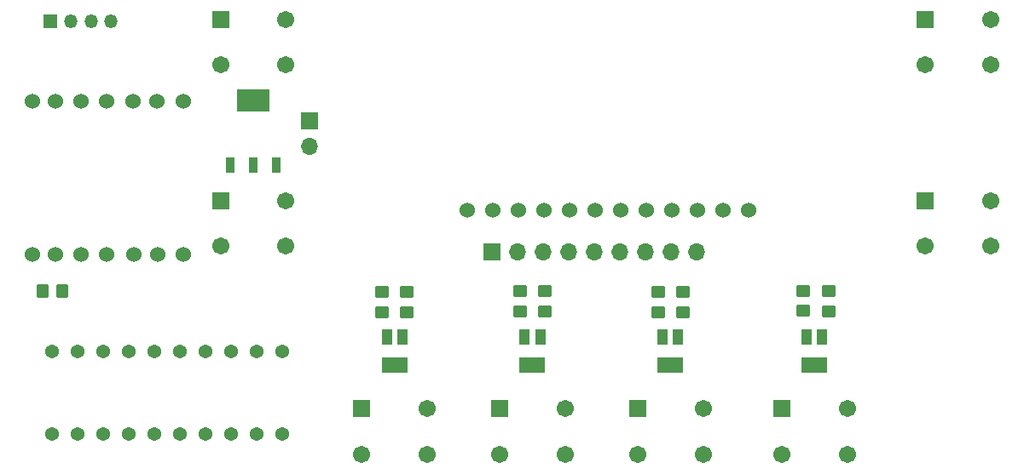
<source format=gbr>
%TF.GenerationSoftware,KiCad,Pcbnew,8.0.4*%
%TF.CreationDate,2024-11-14T23:53:25+02:00*%
%TF.ProjectId,sienikontrolleri,7369656e-696b-46f6-9e74-726f6c6c6572,rev?*%
%TF.SameCoordinates,Original*%
%TF.FileFunction,Soldermask,Top*%
%TF.FilePolarity,Negative*%
%FSLAX46Y46*%
G04 Gerber Fmt 4.6, Leading zero omitted, Abs format (unit mm)*
G04 Created by KiCad (PCBNEW 8.0.4) date 2024-11-14 23:53:25*
%MOMM*%
%LPD*%
G01*
G04 APERTURE LIST*
G04 Aperture macros list*
%AMRoundRect*
0 Rectangle with rounded corners*
0 $1 Rounding radius*
0 $2 $3 $4 $5 $6 $7 $8 $9 X,Y pos of 4 corners*
0 Add a 4 corners polygon primitive as box body*
4,1,4,$2,$3,$4,$5,$6,$7,$8,$9,$2,$3,0*
0 Add four circle primitives for the rounded corners*
1,1,$1+$1,$2,$3*
1,1,$1+$1,$4,$5*
1,1,$1+$1,$6,$7*
1,1,$1+$1,$8,$9*
0 Add four rect primitives between the rounded corners*
20,1,$1+$1,$2,$3,$4,$5,0*
20,1,$1+$1,$4,$5,$6,$7,0*
20,1,$1+$1,$6,$7,$8,$9,0*
20,1,$1+$1,$8,$9,$2,$3,0*%
G04 Aperture macros list end*
%ADD10C,0.000000*%
%ADD11R,1.700000X1.700000*%
%ADD12O,1.700000X1.700000*%
%ADD13RoundRect,0.102000X-0.754000X-0.754000X0.754000X-0.754000X0.754000X0.754000X-0.754000X0.754000X0*%
%ADD14C,1.712000*%
%ADD15R,2.590800X1.600200*%
%ADD16R,1.041400X1.600200*%
%ADD17C,1.524000*%
%ADD18RoundRect,0.250000X-0.450000X0.350000X-0.450000X-0.350000X0.450000X-0.350000X0.450000X0.350000X0*%
%ADD19R,0.863600X1.549400*%
%ADD20RoundRect,0.250000X0.350000X0.450000X-0.350000X0.450000X-0.350000X-0.450000X0.350000X-0.450000X0*%
%ADD21R,1.350000X1.350000*%
%ADD22O,1.350000X1.350000*%
%ADD23C,1.371600*%
G04 APERTURE END LIST*
D10*
%TO.C,U1*%
G36*
X70582700Y-37197600D02*
G01*
X67382300Y-37197600D01*
X67382300Y-34937000D01*
X70582700Y-34937000D01*
X70582700Y-37197600D01*
G37*
%TD*%
D11*
%TO.C,J1*%
X92659200Y-51155600D03*
D12*
X95199200Y-51155600D03*
X97739200Y-51155600D03*
X100279200Y-51155600D03*
X102819200Y-51155600D03*
X105359200Y-51155600D03*
X107899200Y-51155600D03*
X110439200Y-51155600D03*
X112979200Y-51155600D03*
%TD*%
D13*
%TO.C,S6*%
X65732500Y-46043100D03*
D14*
X72232500Y-46043100D03*
X65732500Y-50543100D03*
X72232500Y-50543100D03*
%TD*%
D13*
%TO.C,S3*%
X107150000Y-66750000D03*
D14*
X113650000Y-66750000D03*
X107150000Y-71250000D03*
X113650000Y-71250000D03*
%TD*%
D13*
%TO.C,S4*%
X121450000Y-66750000D03*
D14*
X127950000Y-66750000D03*
X121450000Y-71250000D03*
X127950000Y-71250000D03*
%TD*%
D15*
%TO.C,LED4*%
X124700000Y-62400000D03*
D16*
X123926800Y-59600000D03*
X125476800Y-59600000D03*
%TD*%
D17*
%TO.C,DISP1*%
X90242500Y-46964100D03*
X92782500Y-46964100D03*
X95322500Y-46964100D03*
X97862500Y-46964100D03*
X100402500Y-46964100D03*
X102942500Y-46964100D03*
X105482500Y-46964100D03*
X108022500Y-46964100D03*
X110562500Y-46964100D03*
X113102500Y-46964100D03*
X115642500Y-46964100D03*
X118182500Y-46964100D03*
%TD*%
D13*
%TO.C,S1*%
X79750000Y-66750000D03*
D14*
X86250000Y-66750000D03*
X79750000Y-71250000D03*
X86250000Y-71250000D03*
%TD*%
D13*
%TO.C,S7*%
X135732500Y-28043100D03*
D14*
X142232500Y-28043100D03*
X135732500Y-32543100D03*
X142232500Y-32543100D03*
%TD*%
D18*
%TO.C,R11*%
X97917000Y-55023000D03*
X97917000Y-57023000D03*
%TD*%
D13*
%TO.C,S5*%
X65732500Y-28043100D03*
D14*
X72232500Y-28043100D03*
X65732500Y-32543100D03*
X72232500Y-32543100D03*
%TD*%
D11*
%TO.C,J2*%
X74531500Y-38092100D03*
D12*
X74531500Y-40632100D03*
%TD*%
D13*
%TO.C,S8*%
X135732500Y-46043100D03*
D14*
X142232500Y-46043100D03*
X135732500Y-50543100D03*
X142232500Y-50543100D03*
%TD*%
D18*
%TO.C,R10*%
X95504000Y-55023000D03*
X95504000Y-57023000D03*
%TD*%
D15*
%TO.C,LED1*%
X83000000Y-62400000D03*
D16*
X82226800Y-59600000D03*
X83776800Y-59600000D03*
%TD*%
D18*
%TO.C,R14*%
X123571000Y-55007000D03*
X123571000Y-57007000D03*
%TD*%
%TO.C,R15*%
X126111000Y-55023000D03*
X126111000Y-57023000D03*
%TD*%
%TO.C,R1*%
X81788000Y-55118000D03*
X81788000Y-57118000D03*
%TD*%
D19*
%TO.C,U1*%
X66682500Y-42518900D03*
X68982500Y-42518900D03*
X71282500Y-42518900D03*
%TD*%
D18*
%TO.C,R12*%
X109220000Y-55150000D03*
X109220000Y-57150000D03*
%TD*%
D20*
%TO.C,R5*%
X50038000Y-54991000D03*
X48038000Y-54991000D03*
%TD*%
D18*
%TO.C,R13*%
X111633000Y-55150000D03*
X111633000Y-57150000D03*
%TD*%
%TO.C,R2*%
X84201000Y-55134000D03*
X84201000Y-57134000D03*
%TD*%
D15*
%TO.C,LED2*%
X96700000Y-62400000D03*
D16*
X95926800Y-59600000D03*
X97476800Y-59600000D03*
%TD*%
D13*
%TO.C,S2*%
X93450000Y-66750000D03*
D14*
X99950000Y-66750000D03*
X93450000Y-71250000D03*
X99950000Y-71250000D03*
%TD*%
D15*
%TO.C,LED3*%
X110400000Y-62400000D03*
D16*
X109626800Y-59600000D03*
X111176800Y-59600000D03*
%TD*%
D21*
%TO.C,GROOVE1*%
X48864000Y-28194000D03*
D22*
X50864000Y-28194000D03*
X52864000Y-28194000D03*
X54864000Y-28194000D03*
%TD*%
D17*
%TO.C,MCU1*%
X47013600Y-36156000D03*
X49340000Y-36156000D03*
X51880000Y-36156000D03*
X54420000Y-36156000D03*
X57013600Y-36156000D03*
X59434538Y-36156000D03*
X62053600Y-36156000D03*
X62053600Y-51396000D03*
X59513600Y-51396000D03*
X57092662Y-51396000D03*
X54420000Y-51396000D03*
X51880000Y-51396000D03*
X49340000Y-51396000D03*
X47013600Y-51396000D03*
%TD*%
D23*
%TO.C,LATCH1*%
X49000000Y-61000000D03*
X51540000Y-61000000D03*
X54080000Y-61000000D03*
X56620000Y-61000000D03*
X59160000Y-61000000D03*
X61700000Y-61000000D03*
X64240000Y-61000000D03*
X66780000Y-61000000D03*
X69320000Y-61000000D03*
X71860000Y-61000000D03*
X71860000Y-69255000D03*
X69320000Y-69255000D03*
X66780000Y-69255000D03*
X64240000Y-69255000D03*
X61700000Y-69255000D03*
X59160000Y-69255000D03*
X56620000Y-69255000D03*
X54080000Y-69255000D03*
X51540000Y-69255000D03*
X49000000Y-69255000D03*
%TD*%
M02*

</source>
